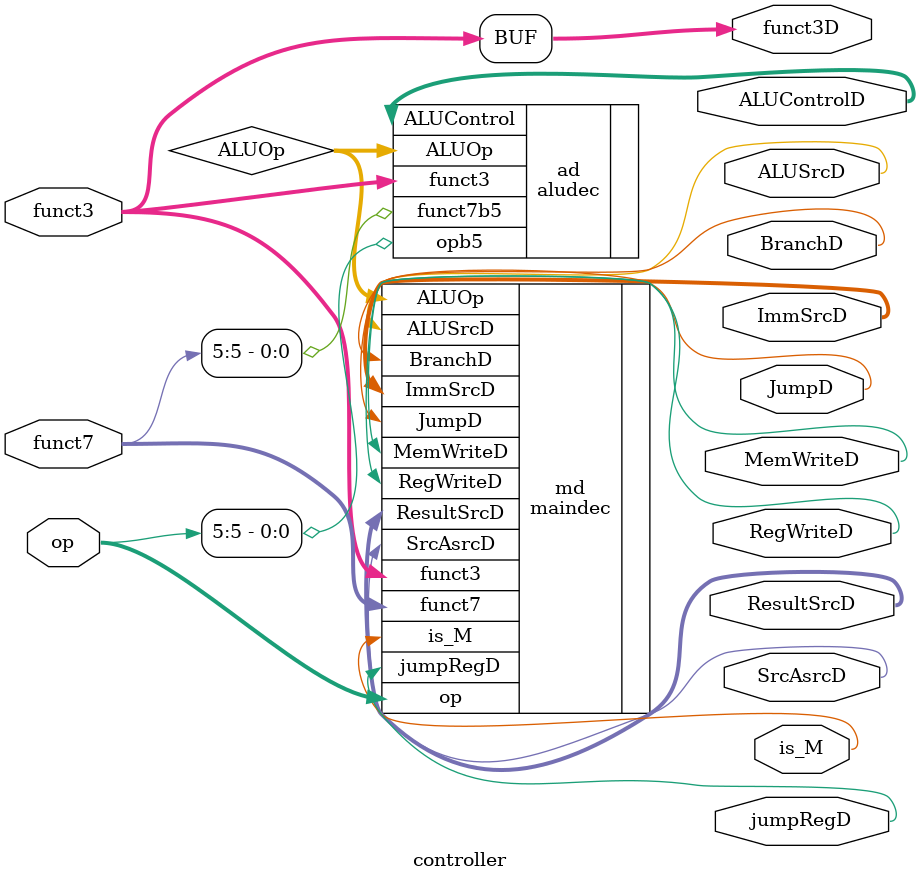
<source format=sv>
module controller (input logic [6:0] op,
                   input logic [2:0] funct3,
                   input logic [6:0] funct7,

                   output logic RegWriteD,
                   output logic [1:0] ResultSrcD,
                   output logic MemWriteD,
                   output logic JumpD,
                   output logic BranchD,
                   output logic [3:0] ALUControlD,
                   output logic ALUSrcD,
                   output logic [2:0] ImmSrcD,
                   output logic SrcAsrcD,
                   output logic [2:0] funct3D,
                   output logic jumpRegD,
                   output logic is_M);

    logic [1:0] ALUOp;
    assign funct3D = funct3;

    maindec md(
        .op(op),
        .funct3(funct3),
        .funct7(funct7),
        .ResultSrcD(ResultSrcD),
        .MemWriteD(MemWriteD),
        .BranchD(BranchD),
        .ALUSrcD(ALUSrcD),
        .RegWriteD(RegWriteD),
        .JumpD(JumpD),
        .ImmSrcD(ImmSrcD),
        .ALUOp(ALUOp),
        .SrcAsrcD(SrcAsrcD),
        .jumpRegD(jumpRegD),
        .is_M(is_M)
    );

    aludec ad(
        .opb5(op[5]),
        .funct3(funct3),
        .funct7b5(funct7[5]),
        .ALUOp(ALUOp),
        .ALUControl(ALUControlD)
    );
    
endmodule

</source>
